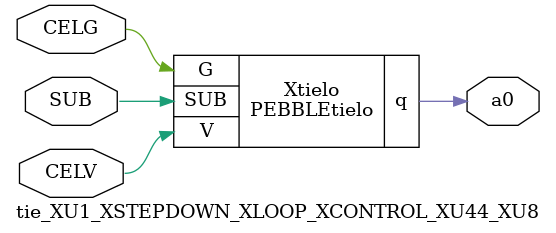
<source format=v>



module PEBBLEtielo ( q, G, SUB, V );

  input V;
  output q;
  input G;
  input SUB;
endmodule

//Celera Confidential Do Not Copy tie_XU1_XSTEPDOWN_XLOOP_XCONTROL_XU44_XU8
//Celera Confidential Symbol Generator
//TIE
module tie_XU1_XSTEPDOWN_XLOOP_XCONTROL_XU44_XU8 (CELV,CELG,a0,SUB);
input CELV;
input CELG;
output a0;
input SUB;

//Celera Confidential Do Not Copy tie
PEBBLEtielo Xtielo(
.V (CELV),
.q (a0),
.SUB (SUB),
.G (CELG)
);
//,diesize,PEBBLEtielo

//Celera Confidential Do Not Copy Module End
//Celera Schematic Generator
endmodule

</source>
